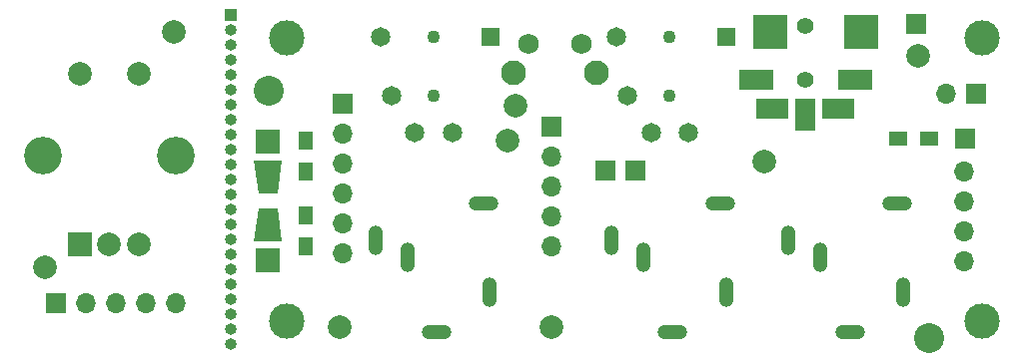
<source format=gts>
G04 #@! TF.FileFunction,Soldermask,Top*
%FSLAX46Y46*%
G04 Gerber Fmt 4.6, Leading zero omitted, Abs format (unit mm)*
G04 Created by KiCad (PCBNEW 4.0.6) date Sunday, March 03, 2019 'PMt' 03:44:16 PM*
%MOMM*%
%LPD*%
G01*
G04 APERTURE LIST*
%ADD10C,0.150000*%
%ADD11R,1.700000X1.700000*%
%ADD12O,1.700000X1.700000*%
%ADD13C,2.540000*%
%ADD14C,3.000000*%
%ADD15R,1.650000X1.650000*%
%ADD16C,1.650000*%
%ADD17C,1.100000*%
%ADD18O,2.516000X1.258000*%
%ADD19O,1.258000X2.516000*%
%ADD20C,2.000000*%
%ADD21C,3.200000*%
%ADD22R,2.000000X2.000000*%
%ADD23R,1.000000X1.000000*%
%ADD24O,1.000000X1.000000*%
%ADD25C,1.998980*%
%ADD26C,1.400000*%
%ADD27R,3.000000X3.000000*%
%ADD28R,3.000000X1.800000*%
%ADD29R,1.800000X2.800000*%
%ADD30R,2.800000X1.800000*%
%ADD31R,1.998980X1.998980*%
%ADD32R,1.500000X1.300000*%
%ADD33C,2.100000*%
%ADD34C,1.750000*%
%ADD35R,1.300000X1.500000*%
G04 APERTURE END LIST*
D10*
D11*
X135000000Y-90000000D03*
D12*
X135000000Y-92540000D03*
X135000000Y-95080000D03*
X135000000Y-97620000D03*
X135000000Y-100160000D03*
D13*
X111000000Y-87000000D03*
X167000000Y-108000000D03*
D14*
X112500000Y-106500000D03*
X112500000Y-82500000D03*
X171500000Y-82500000D03*
X171500000Y-106500000D03*
D15*
X149800000Y-82400000D03*
D16*
X141400000Y-87400000D03*
X146600000Y-90500000D03*
X140500000Y-82400000D03*
D17*
X145000000Y-82400000D03*
X145000000Y-87400000D03*
D16*
X143400000Y-90500000D03*
D11*
X170000000Y-91000000D03*
D12*
X169911880Y-93799420D03*
X169911880Y-96339420D03*
X169911880Y-98879420D03*
X169911880Y-101419420D03*
D18*
X145250000Y-107500000D03*
D19*
X140050000Y-99700000D03*
X142750000Y-101100000D03*
D18*
X149250000Y-96500000D03*
D19*
X149750000Y-104100000D03*
D18*
X160250000Y-107500000D03*
D19*
X155050000Y-99700000D03*
X157750000Y-101100000D03*
D18*
X164250000Y-96500000D03*
D19*
X164750000Y-104100000D03*
D11*
X93000000Y-105000000D03*
D12*
X95540000Y-105000000D03*
X98080000Y-105000000D03*
X100620000Y-105000000D03*
X103160000Y-105000000D03*
D20*
X100000000Y-85500000D03*
X95000000Y-85500000D03*
D21*
X103100000Y-92500000D03*
X91900000Y-92500000D03*
D20*
X100000000Y-100000000D03*
X97500000Y-100000000D03*
D22*
X95000000Y-100000000D03*
D15*
X129800000Y-82400000D03*
D16*
X121400000Y-87400000D03*
X126600000Y-90500000D03*
X120500000Y-82400000D03*
D17*
X125000000Y-82400000D03*
X125000000Y-87400000D03*
D16*
X123400000Y-90500000D03*
D18*
X125250000Y-107500000D03*
D19*
X120050000Y-99700000D03*
X122750000Y-101100000D03*
D18*
X129250000Y-96500000D03*
D19*
X129750000Y-104100000D03*
D23*
X107750000Y-80500000D03*
D24*
X107750000Y-81770000D03*
X107750000Y-83040000D03*
X107750000Y-84310000D03*
X107750000Y-85580000D03*
X107750000Y-86850000D03*
X107750000Y-88120000D03*
X107750000Y-89390000D03*
X107750000Y-90660000D03*
X107750000Y-91930000D03*
X107750000Y-93200000D03*
X107750000Y-94470000D03*
X107750000Y-95740000D03*
X107750000Y-97010000D03*
X107750000Y-98280000D03*
X107750000Y-99550000D03*
X107750000Y-100820000D03*
X107750000Y-102090000D03*
X107750000Y-103360000D03*
X107750000Y-104630000D03*
X107750000Y-105900000D03*
X107750000Y-107170000D03*
X107750000Y-108440000D03*
D25*
X135000000Y-107000000D03*
X131911880Y-88259420D03*
X166000000Y-84000000D03*
X153000000Y-93000000D03*
X103000000Y-82000000D03*
X117000000Y-107000000D03*
D26*
X156500000Y-81509420D03*
X156500000Y-86009420D03*
D27*
X153500000Y-82009420D03*
X161200000Y-82009420D03*
D28*
X152300000Y-86009420D03*
X160700000Y-86009420D03*
D29*
X156500000Y-89009420D03*
D30*
X159300000Y-88509420D03*
X153700000Y-88509420D03*
D25*
X92000000Y-102000000D03*
D11*
X117276880Y-88069420D03*
D12*
X117276880Y-90609420D03*
X117276880Y-93149420D03*
X117276880Y-95689420D03*
X117276880Y-98229420D03*
X117276880Y-100769420D03*
D10*
G36*
X109728000Y-92925900D02*
X112125760Y-92925900D01*
X111726980Y-95724980D01*
X110126780Y-95724980D01*
X109728000Y-92925900D01*
X109728000Y-92925900D01*
G37*
G36*
X112125760Y-99722940D02*
X109728000Y-99722940D01*
X110126780Y-96923860D01*
X111726980Y-96923860D01*
X112125760Y-99722940D01*
X112125760Y-99722940D01*
G37*
D31*
X110926880Y-91323160D03*
X110926880Y-101325680D03*
D11*
X170911880Y-87259420D03*
D12*
X168371880Y-87259420D03*
D11*
X142041880Y-93784420D03*
X139501880Y-93784420D03*
X165911880Y-81259420D03*
D32*
X167011880Y-91009420D03*
X164311880Y-91009420D03*
D25*
X131246880Y-91244420D03*
D33*
X138760000Y-85490000D03*
D34*
X137500000Y-83000000D03*
X133000000Y-83000000D03*
D33*
X131750000Y-85490000D03*
D35*
X114101880Y-100214420D03*
X114101880Y-97514420D03*
X114101880Y-91164420D03*
X114101880Y-93864420D03*
M02*

</source>
